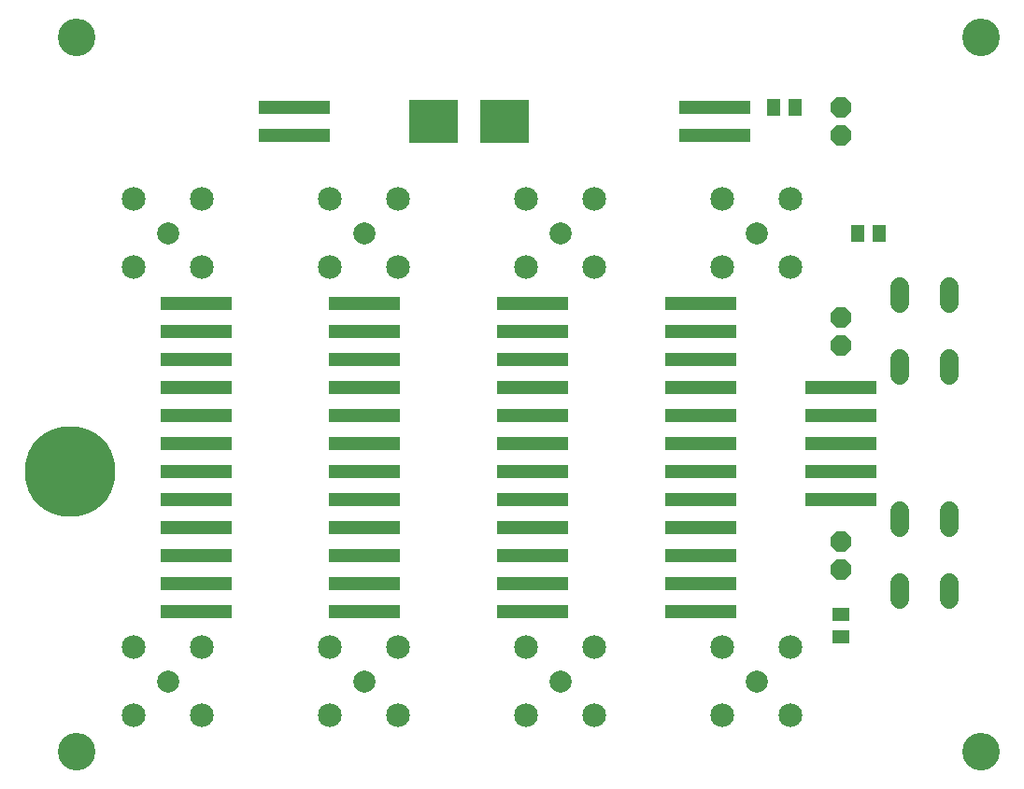
<source format=gts>
G75*
%MOIN*%
%OFA0B0*%
%FSLAX25Y25*%
%IPPOS*%
%LPD*%
%AMOC8*
5,1,8,0,0,1.08239X$1,22.5*
%
%ADD10C,0.13398*%
%ADD11C,0.32296*%
%ADD12R,0.25800X0.04800*%
%ADD13C,0.07887*%
%ADD14C,0.08477*%
%ADD15R,0.17500X0.15800*%
%ADD16OC8,0.07400*%
%ADD17R,0.05131X0.06312*%
%ADD18R,0.06312X0.05131*%
%ADD19C,0.06800*%
D10*
X0029300Y0021800D03*
X0351800Y0021800D03*
X0351800Y0276800D03*
X0029300Y0276800D03*
D11*
X0026800Y0121800D03*
D12*
X0071800Y0121800D03*
X0071800Y0131800D03*
X0071800Y0141800D03*
X0071800Y0151800D03*
X0071800Y0161800D03*
X0071800Y0171800D03*
X0071800Y0181800D03*
X0131800Y0181800D03*
X0131800Y0171800D03*
X0131800Y0161800D03*
X0131800Y0151800D03*
X0131800Y0141800D03*
X0131800Y0131800D03*
X0131800Y0121800D03*
X0131800Y0111800D03*
X0131800Y0101800D03*
X0131800Y0091800D03*
X0131800Y0081800D03*
X0131800Y0071800D03*
X0071800Y0071800D03*
X0071800Y0081800D03*
X0071800Y0091800D03*
X0071800Y0101800D03*
X0071800Y0111800D03*
X0191800Y0111800D03*
X0191800Y0101800D03*
X0191800Y0091800D03*
X0191800Y0081800D03*
X0191800Y0071800D03*
X0251800Y0071800D03*
X0251800Y0081800D03*
X0251800Y0091800D03*
X0251800Y0101800D03*
X0251800Y0111800D03*
X0251800Y0121800D03*
X0251800Y0131800D03*
X0251800Y0141800D03*
X0251800Y0151800D03*
X0251800Y0161800D03*
X0251800Y0171800D03*
X0251800Y0181800D03*
X0301800Y0151800D03*
X0301800Y0141800D03*
X0301800Y0131800D03*
X0301800Y0121800D03*
X0301800Y0111800D03*
X0191800Y0121800D03*
X0191800Y0131800D03*
X0191800Y0141800D03*
X0191800Y0151800D03*
X0191800Y0161800D03*
X0191800Y0171800D03*
X0191800Y0181800D03*
X0256800Y0241800D03*
X0256800Y0251800D03*
X0106800Y0251800D03*
X0106800Y0241800D03*
D13*
X0131800Y0206800D03*
X0061800Y0206800D03*
X0201800Y0206800D03*
X0271800Y0206800D03*
X0271800Y0046800D03*
X0201800Y0046800D03*
X0131800Y0046800D03*
X0061800Y0046800D03*
D14*
X0049600Y0059000D03*
X0074000Y0059000D03*
X0074000Y0034600D03*
X0049600Y0034600D03*
X0119600Y0034600D03*
X0144000Y0034600D03*
X0144000Y0059000D03*
X0119600Y0059000D03*
X0189600Y0059000D03*
X0214000Y0059000D03*
X0214000Y0034600D03*
X0189600Y0034600D03*
X0259600Y0034600D03*
X0284000Y0034600D03*
X0284000Y0059000D03*
X0259600Y0059000D03*
X0259600Y0194600D03*
X0284000Y0194600D03*
X0284000Y0219000D03*
X0259600Y0219000D03*
X0214000Y0219000D03*
X0189600Y0219000D03*
X0189600Y0194600D03*
X0214000Y0194600D03*
X0144000Y0194600D03*
X0119600Y0194600D03*
X0119600Y0219000D03*
X0144000Y0219000D03*
X0074000Y0219000D03*
X0049600Y0219000D03*
X0049600Y0194600D03*
X0074000Y0194600D03*
D15*
X0156700Y0246800D03*
X0181800Y0246800D03*
D16*
X0301800Y0241800D03*
X0301800Y0251800D03*
X0301800Y0176800D03*
X0301800Y0166800D03*
X0301800Y0096800D03*
X0301800Y0086800D03*
D17*
X0307863Y0206800D03*
X0315737Y0206800D03*
X0285737Y0251800D03*
X0277863Y0251800D03*
D18*
X0301800Y0070737D03*
X0301800Y0062863D03*
D19*
X0322900Y0076000D02*
X0322900Y0082000D01*
X0340700Y0082000D02*
X0340700Y0076000D01*
X0340700Y0101600D02*
X0340700Y0107600D01*
X0322900Y0107600D02*
X0322900Y0101600D01*
X0322900Y0156000D02*
X0322900Y0162000D01*
X0340700Y0162000D02*
X0340700Y0156000D01*
X0340700Y0181600D02*
X0340700Y0187600D01*
X0322900Y0187600D02*
X0322900Y0181600D01*
M02*

</source>
